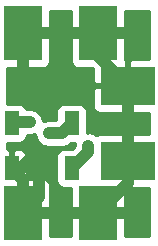
<source format=gbr>
G04 #@! TF.GenerationSoftware,KiCad,Pcbnew,no-vcs-found-01f5a12~58~ubuntu17.04.1*
G04 #@! TF.CreationDate,2017-04-20T18:40:21-07:00*
G04 #@! TF.ProjectId,Reflection_Bridge,5265666C656374696F6E5F4272696467,rev?*
G04 #@! TF.FileFunction,Copper,L2,Bot,Signal*
G04 #@! TF.FilePolarity,Positive*
%FSLAX46Y46*%
G04 Gerber Fmt 4.6, Leading zero omitted, Abs format (unit mm)*
G04 Created by KiCad (PCBNEW no-vcs-found-01f5a12~58~ubuntu17.04.1) date Thu Apr 20 18:40:21 2017*
%MOMM*%
%LPD*%
G01*
G04 APERTURE LIST*
%ADD10C,0.100000*%
%ADD11R,3.302000X4.572000*%
%ADD12R,4.572000X3.302000*%
%ADD13R,1.270000X2.032000*%
%ADD14C,0.800000*%
%ADD15C,1.000000*%
%ADD16C,0.254000*%
G04 APERTURE END LIST*
D10*
D11*
X86984840Y-58420000D03*
X80655160Y-58420000D03*
X86984840Y-73660000D03*
X80655160Y-73660000D03*
D12*
X89508000Y-69204840D03*
X89508000Y-62875160D03*
D13*
X79660000Y-69870000D03*
X84740000Y-69870000D03*
X79660000Y-66060000D03*
X84740000Y-66060000D03*
D14*
X82000000Y-70450000D03*
X90000000Y-73600000D03*
X80650000Y-61100000D03*
X90250000Y-58350000D03*
X81750000Y-68550000D03*
X82800000Y-66900000D03*
X86150000Y-67950000D03*
X81200000Y-65950000D03*
D15*
X82000000Y-70450000D02*
X82000000Y-72315160D01*
X82000000Y-72315160D02*
X80655160Y-73660000D01*
X86984840Y-73660000D02*
X89940000Y-73660000D01*
X89940000Y-73660000D02*
X90000000Y-73600000D01*
X80650000Y-61100000D02*
X80650000Y-58425160D01*
X80650000Y-58425160D02*
X80655160Y-58420000D01*
X86984840Y-58420000D02*
X90180000Y-58420000D01*
X90180000Y-58420000D02*
X90250000Y-58350000D01*
X79660000Y-69870000D02*
X80430000Y-69870000D01*
X80430000Y-69870000D02*
X81750000Y-68550000D01*
X80655160Y-73660000D02*
X80655160Y-70865160D01*
X80655160Y-70865160D02*
X79660000Y-69870000D01*
X86984840Y-73660000D02*
X80655160Y-73660000D01*
X89508000Y-69204840D02*
X89508000Y-71136840D01*
X89508000Y-71136840D02*
X86984840Y-73660000D01*
X89508000Y-62875160D02*
X89508000Y-69204840D01*
X86984840Y-58420000D02*
X86984840Y-60352000D01*
X86984840Y-60352000D02*
X89508000Y-62875160D01*
X80655160Y-58420000D02*
X86984840Y-58420000D01*
X82800000Y-66900000D02*
X83900000Y-66900000D01*
X83900000Y-66900000D02*
X84740000Y-66060000D01*
X86150000Y-67950000D02*
X86150000Y-68460000D01*
X86150000Y-68460000D02*
X84740000Y-69870000D01*
X81200000Y-65950000D02*
X79770000Y-65950000D01*
X79770000Y-65950000D02*
X79660000Y-66060000D01*
D16*
G36*
X84698840Y-58134250D02*
X84857590Y-58293000D01*
X86857840Y-58293000D01*
X86857840Y-58273000D01*
X87111840Y-58273000D01*
X87111840Y-58293000D01*
X89112090Y-58293000D01*
X89270840Y-58134250D01*
X89270840Y-56510000D01*
X91290000Y-56510000D01*
X91290000Y-60589160D01*
X89793750Y-60589160D01*
X89635000Y-60747910D01*
X89635000Y-62748160D01*
X89655000Y-62748160D01*
X89655000Y-63002160D01*
X89635000Y-63002160D01*
X89635000Y-65002410D01*
X89793750Y-65161160D01*
X91290000Y-65161160D01*
X91290000Y-66918840D01*
X89793750Y-66918840D01*
X89635000Y-67077590D01*
X89635000Y-69077840D01*
X89655000Y-69077840D01*
X89655000Y-69331840D01*
X89635000Y-69331840D01*
X89635000Y-71332090D01*
X89793750Y-71490840D01*
X91290000Y-71490840D01*
X91290000Y-75590000D01*
X89270840Y-75590000D01*
X89270840Y-73945750D01*
X89112090Y-73787000D01*
X87111840Y-73787000D01*
X87111840Y-73807000D01*
X86857840Y-73807000D01*
X86857840Y-73787000D01*
X84857590Y-73787000D01*
X84698840Y-73945750D01*
X84698840Y-75590000D01*
X82941160Y-75590000D01*
X82941160Y-73945750D01*
X82782410Y-73787000D01*
X80782160Y-73787000D01*
X80782160Y-73807000D01*
X80528160Y-73807000D01*
X80528160Y-73787000D01*
X80508160Y-73787000D01*
X80508160Y-73533000D01*
X80528160Y-73533000D01*
X80528160Y-73513000D01*
X80782160Y-73513000D01*
X80782160Y-73533000D01*
X82782410Y-73533000D01*
X82941160Y-73374250D01*
X82941160Y-71247691D01*
X82844487Y-71014302D01*
X82665859Y-70835673D01*
X82432470Y-70739000D01*
X80940910Y-70739000D01*
X80930000Y-70749910D01*
X80930000Y-70155750D01*
X80771250Y-69997000D01*
X79787000Y-69997000D01*
X79787000Y-70017000D01*
X79533000Y-70017000D01*
X79533000Y-69997000D01*
X79513000Y-69997000D01*
X79513000Y-69743000D01*
X79533000Y-69743000D01*
X79533000Y-68377750D01*
X79787000Y-68377750D01*
X79787000Y-69743000D01*
X80771250Y-69743000D01*
X80930000Y-69584250D01*
X80930000Y-68727690D01*
X80833327Y-68494301D01*
X80654698Y-68315673D01*
X80421309Y-68219000D01*
X79945750Y-68219000D01*
X79787000Y-68377750D01*
X79533000Y-68377750D01*
X79374250Y-68219000D01*
X79310000Y-68219000D01*
X79310000Y-67723440D01*
X80295000Y-67723440D01*
X80542765Y-67674157D01*
X80752809Y-67533809D01*
X80893157Y-67323765D01*
X80940650Y-67085000D01*
X81200000Y-67085000D01*
X81634346Y-66998603D01*
X81678716Y-66968956D01*
X81751397Y-67334346D01*
X81997434Y-67702566D01*
X82365654Y-67948603D01*
X82800000Y-68035000D01*
X83900000Y-68035000D01*
X84334346Y-67948603D01*
X84671326Y-67723440D01*
X85060066Y-67723440D01*
X85015000Y-67950000D01*
X85015000Y-67989868D01*
X84798308Y-68206560D01*
X84105000Y-68206560D01*
X83857235Y-68255843D01*
X83647191Y-68396191D01*
X83506843Y-68606235D01*
X83457560Y-68854000D01*
X83457560Y-70886000D01*
X83506843Y-71133765D01*
X83647191Y-71343809D01*
X83857235Y-71484157D01*
X84105000Y-71533440D01*
X84698840Y-71533440D01*
X84698840Y-73374250D01*
X84857590Y-73533000D01*
X86857840Y-73533000D01*
X86857840Y-73513000D01*
X87111840Y-73513000D01*
X87111840Y-73533000D01*
X89112090Y-73533000D01*
X89270840Y-73374250D01*
X89270840Y-71442250D01*
X89381000Y-71332090D01*
X89381000Y-69331840D01*
X89361000Y-69331840D01*
X89361000Y-69077840D01*
X89381000Y-69077840D01*
X89381000Y-67077590D01*
X89222250Y-66918840D01*
X87095691Y-66918840D01*
X86862302Y-67015513D01*
X86819376Y-67058439D01*
X86584346Y-66901397D01*
X86150000Y-66815000D01*
X86022440Y-66840373D01*
X86022440Y-65044000D01*
X85973157Y-64796235D01*
X85832809Y-64586191D01*
X85622765Y-64445843D01*
X85375000Y-64396560D01*
X84105000Y-64396560D01*
X83857235Y-64445843D01*
X83647191Y-64586191D01*
X83506843Y-64796235D01*
X83457560Y-65044000D01*
X83457560Y-65737308D01*
X83429868Y-65765000D01*
X82800000Y-65765000D01*
X82365654Y-65851397D01*
X82321284Y-65881044D01*
X82248603Y-65515654D01*
X82002566Y-65147434D01*
X81634346Y-64901397D01*
X81200000Y-64815000D01*
X80896890Y-64815000D01*
X80893157Y-64796235D01*
X80752809Y-64586191D01*
X80542765Y-64445843D01*
X80295000Y-64396560D01*
X79310000Y-64396560D01*
X79310000Y-63160910D01*
X86587000Y-63160910D01*
X86587000Y-64652470D01*
X86683673Y-64885859D01*
X86862302Y-65064487D01*
X87095691Y-65161160D01*
X89222250Y-65161160D01*
X89381000Y-65002410D01*
X89381000Y-63002160D01*
X86745750Y-63002160D01*
X86587000Y-63160910D01*
X79310000Y-63160910D01*
X79310000Y-61341000D01*
X80369410Y-61341000D01*
X80528160Y-61182250D01*
X80528160Y-58547000D01*
X80782160Y-58547000D01*
X80782160Y-61182250D01*
X80940910Y-61341000D01*
X82432470Y-61341000D01*
X82665859Y-61244327D01*
X82844487Y-61065698D01*
X82941160Y-60832309D01*
X82941160Y-58705750D01*
X84698840Y-58705750D01*
X84698840Y-60832309D01*
X84795513Y-61065698D01*
X84974141Y-61244327D01*
X85207530Y-61341000D01*
X86587000Y-61341000D01*
X86587000Y-62589410D01*
X86745750Y-62748160D01*
X89381000Y-62748160D01*
X89381000Y-60747910D01*
X89270840Y-60637750D01*
X89270840Y-58705750D01*
X89112090Y-58547000D01*
X87111840Y-58547000D01*
X87111840Y-58567000D01*
X86857840Y-58567000D01*
X86857840Y-58547000D01*
X84857590Y-58547000D01*
X84698840Y-58705750D01*
X82941160Y-58705750D01*
X82782410Y-58547000D01*
X80782160Y-58547000D01*
X80528160Y-58547000D01*
X80508160Y-58547000D01*
X80508160Y-58293000D01*
X80528160Y-58293000D01*
X80528160Y-58273000D01*
X80782160Y-58273000D01*
X80782160Y-58293000D01*
X82782410Y-58293000D01*
X82941160Y-58134250D01*
X82941160Y-56510000D01*
X84698840Y-56510000D01*
X84698840Y-58134250D01*
X84698840Y-58134250D01*
G37*
X84698840Y-58134250D02*
X84857590Y-58293000D01*
X86857840Y-58293000D01*
X86857840Y-58273000D01*
X87111840Y-58273000D01*
X87111840Y-58293000D01*
X89112090Y-58293000D01*
X89270840Y-58134250D01*
X89270840Y-56510000D01*
X91290000Y-56510000D01*
X91290000Y-60589160D01*
X89793750Y-60589160D01*
X89635000Y-60747910D01*
X89635000Y-62748160D01*
X89655000Y-62748160D01*
X89655000Y-63002160D01*
X89635000Y-63002160D01*
X89635000Y-65002410D01*
X89793750Y-65161160D01*
X91290000Y-65161160D01*
X91290000Y-66918840D01*
X89793750Y-66918840D01*
X89635000Y-67077590D01*
X89635000Y-69077840D01*
X89655000Y-69077840D01*
X89655000Y-69331840D01*
X89635000Y-69331840D01*
X89635000Y-71332090D01*
X89793750Y-71490840D01*
X91290000Y-71490840D01*
X91290000Y-75590000D01*
X89270840Y-75590000D01*
X89270840Y-73945750D01*
X89112090Y-73787000D01*
X87111840Y-73787000D01*
X87111840Y-73807000D01*
X86857840Y-73807000D01*
X86857840Y-73787000D01*
X84857590Y-73787000D01*
X84698840Y-73945750D01*
X84698840Y-75590000D01*
X82941160Y-75590000D01*
X82941160Y-73945750D01*
X82782410Y-73787000D01*
X80782160Y-73787000D01*
X80782160Y-73807000D01*
X80528160Y-73807000D01*
X80528160Y-73787000D01*
X80508160Y-73787000D01*
X80508160Y-73533000D01*
X80528160Y-73533000D01*
X80528160Y-73513000D01*
X80782160Y-73513000D01*
X80782160Y-73533000D01*
X82782410Y-73533000D01*
X82941160Y-73374250D01*
X82941160Y-71247691D01*
X82844487Y-71014302D01*
X82665859Y-70835673D01*
X82432470Y-70739000D01*
X80940910Y-70739000D01*
X80930000Y-70749910D01*
X80930000Y-70155750D01*
X80771250Y-69997000D01*
X79787000Y-69997000D01*
X79787000Y-70017000D01*
X79533000Y-70017000D01*
X79533000Y-69997000D01*
X79513000Y-69997000D01*
X79513000Y-69743000D01*
X79533000Y-69743000D01*
X79533000Y-68377750D01*
X79787000Y-68377750D01*
X79787000Y-69743000D01*
X80771250Y-69743000D01*
X80930000Y-69584250D01*
X80930000Y-68727690D01*
X80833327Y-68494301D01*
X80654698Y-68315673D01*
X80421309Y-68219000D01*
X79945750Y-68219000D01*
X79787000Y-68377750D01*
X79533000Y-68377750D01*
X79374250Y-68219000D01*
X79310000Y-68219000D01*
X79310000Y-67723440D01*
X80295000Y-67723440D01*
X80542765Y-67674157D01*
X80752809Y-67533809D01*
X80893157Y-67323765D01*
X80940650Y-67085000D01*
X81200000Y-67085000D01*
X81634346Y-66998603D01*
X81678716Y-66968956D01*
X81751397Y-67334346D01*
X81997434Y-67702566D01*
X82365654Y-67948603D01*
X82800000Y-68035000D01*
X83900000Y-68035000D01*
X84334346Y-67948603D01*
X84671326Y-67723440D01*
X85060066Y-67723440D01*
X85015000Y-67950000D01*
X85015000Y-67989868D01*
X84798308Y-68206560D01*
X84105000Y-68206560D01*
X83857235Y-68255843D01*
X83647191Y-68396191D01*
X83506843Y-68606235D01*
X83457560Y-68854000D01*
X83457560Y-70886000D01*
X83506843Y-71133765D01*
X83647191Y-71343809D01*
X83857235Y-71484157D01*
X84105000Y-71533440D01*
X84698840Y-71533440D01*
X84698840Y-73374250D01*
X84857590Y-73533000D01*
X86857840Y-73533000D01*
X86857840Y-73513000D01*
X87111840Y-73513000D01*
X87111840Y-73533000D01*
X89112090Y-73533000D01*
X89270840Y-73374250D01*
X89270840Y-71442250D01*
X89381000Y-71332090D01*
X89381000Y-69331840D01*
X89361000Y-69331840D01*
X89361000Y-69077840D01*
X89381000Y-69077840D01*
X89381000Y-67077590D01*
X89222250Y-66918840D01*
X87095691Y-66918840D01*
X86862302Y-67015513D01*
X86819376Y-67058439D01*
X86584346Y-66901397D01*
X86150000Y-66815000D01*
X86022440Y-66840373D01*
X86022440Y-65044000D01*
X85973157Y-64796235D01*
X85832809Y-64586191D01*
X85622765Y-64445843D01*
X85375000Y-64396560D01*
X84105000Y-64396560D01*
X83857235Y-64445843D01*
X83647191Y-64586191D01*
X83506843Y-64796235D01*
X83457560Y-65044000D01*
X83457560Y-65737308D01*
X83429868Y-65765000D01*
X82800000Y-65765000D01*
X82365654Y-65851397D01*
X82321284Y-65881044D01*
X82248603Y-65515654D01*
X82002566Y-65147434D01*
X81634346Y-64901397D01*
X81200000Y-64815000D01*
X80896890Y-64815000D01*
X80893157Y-64796235D01*
X80752809Y-64586191D01*
X80542765Y-64445843D01*
X80295000Y-64396560D01*
X79310000Y-64396560D01*
X79310000Y-63160910D01*
X86587000Y-63160910D01*
X86587000Y-64652470D01*
X86683673Y-64885859D01*
X86862302Y-65064487D01*
X87095691Y-65161160D01*
X89222250Y-65161160D01*
X89381000Y-65002410D01*
X89381000Y-63002160D01*
X86745750Y-63002160D01*
X86587000Y-63160910D01*
X79310000Y-63160910D01*
X79310000Y-61341000D01*
X80369410Y-61341000D01*
X80528160Y-61182250D01*
X80528160Y-58547000D01*
X80782160Y-58547000D01*
X80782160Y-61182250D01*
X80940910Y-61341000D01*
X82432470Y-61341000D01*
X82665859Y-61244327D01*
X82844487Y-61065698D01*
X82941160Y-60832309D01*
X82941160Y-58705750D01*
X84698840Y-58705750D01*
X84698840Y-60832309D01*
X84795513Y-61065698D01*
X84974141Y-61244327D01*
X85207530Y-61341000D01*
X86587000Y-61341000D01*
X86587000Y-62589410D01*
X86745750Y-62748160D01*
X89381000Y-62748160D01*
X89381000Y-60747910D01*
X89270840Y-60637750D01*
X89270840Y-58705750D01*
X89112090Y-58547000D01*
X87111840Y-58547000D01*
X87111840Y-58567000D01*
X86857840Y-58567000D01*
X86857840Y-58547000D01*
X84857590Y-58547000D01*
X84698840Y-58705750D01*
X82941160Y-58705750D01*
X82782410Y-58547000D01*
X80782160Y-58547000D01*
X80528160Y-58547000D01*
X80508160Y-58547000D01*
X80508160Y-58293000D01*
X80528160Y-58293000D01*
X80528160Y-58273000D01*
X80782160Y-58273000D01*
X80782160Y-58293000D01*
X82782410Y-58293000D01*
X82941160Y-58134250D01*
X82941160Y-56510000D01*
X84698840Y-56510000D01*
X84698840Y-58134250D01*
M02*

</source>
